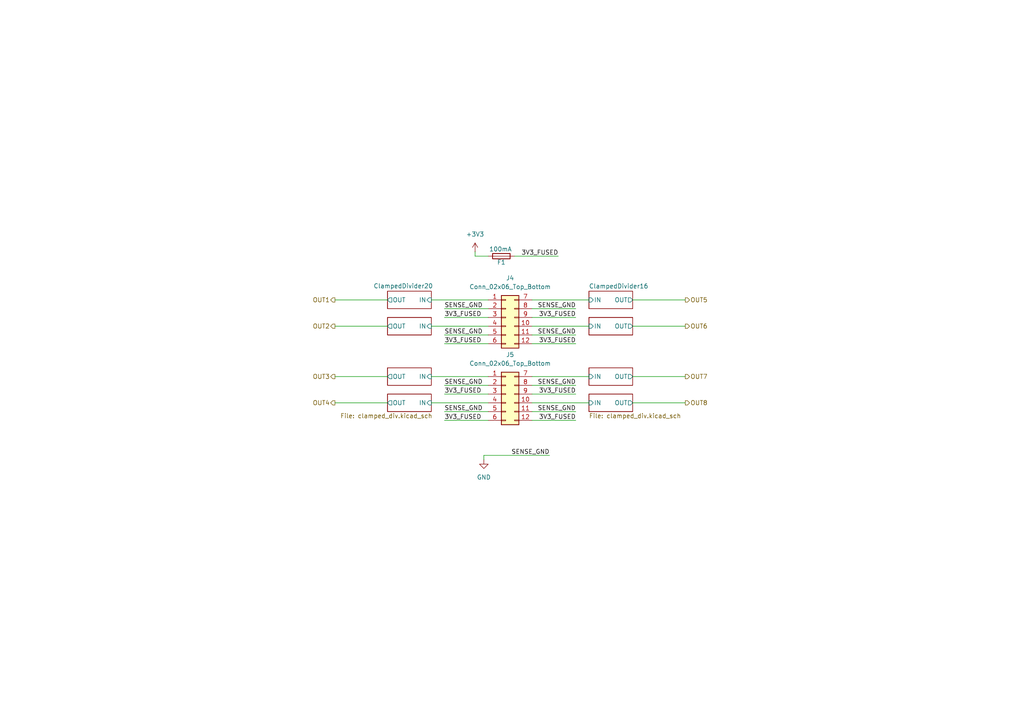
<source format=kicad_sch>
(kicad_sch
	(version 20250114)
	(generator "eeschema")
	(generator_version "9.0")
	(uuid "3cff726d-6668-4cde-b73a-c20fa13df3e9")
	(paper "A4")
	(lib_symbols
		(symbol "Connector_Generic:Conn_02x06_Top_Bottom"
			(pin_names
				(offset 1.016)
				(hide yes)
			)
			(exclude_from_sim no)
			(in_bom yes)
			(on_board yes)
			(property "Reference" "J"
				(at 1.27 7.62 0)
				(effects
					(font
						(size 1.27 1.27)
					)
				)
			)
			(property "Value" "Conn_02x06_Top_Bottom"
				(at 1.27 -10.16 0)
				(effects
					(font
						(size 1.27 1.27)
					)
				)
			)
			(property "Footprint" ""
				(at 0 0 0)
				(effects
					(font
						(size 1.27 1.27)
					)
					(hide yes)
				)
			)
			(property "Datasheet" "~"
				(at 0 0 0)
				(effects
					(font
						(size 1.27 1.27)
					)
					(hide yes)
				)
			)
			(property "Description" "Generic connector, double row, 02x06, top/bottom pin numbering scheme (row 1: 1...pins_per_row, row2: pins_per_row+1 ... num_pins), script generated (kicad-library-utils/schlib/autogen/connector/)"
				(at 0 0 0)
				(effects
					(font
						(size 1.27 1.27)
					)
					(hide yes)
				)
			)
			(property "ki_keywords" "connector"
				(at 0 0 0)
				(effects
					(font
						(size 1.27 1.27)
					)
					(hide yes)
				)
			)
			(property "ki_fp_filters" "Connector*:*_2x??_*"
				(at 0 0 0)
				(effects
					(font
						(size 1.27 1.27)
					)
					(hide yes)
				)
			)
			(symbol "Conn_02x06_Top_Bottom_1_1"
				(rectangle
					(start -1.27 6.35)
					(end 3.81 -8.89)
					(stroke
						(width 0.254)
						(type default)
					)
					(fill
						(type background)
					)
				)
				(rectangle
					(start -1.27 5.207)
					(end 0 4.953)
					(stroke
						(width 0.1524)
						(type default)
					)
					(fill
						(type none)
					)
				)
				(rectangle
					(start -1.27 2.667)
					(end 0 2.413)
					(stroke
						(width 0.1524)
						(type default)
					)
					(fill
						(type none)
					)
				)
				(rectangle
					(start -1.27 0.127)
					(end 0 -0.127)
					(stroke
						(width 0.1524)
						(type default)
					)
					(fill
						(type none)
					)
				)
				(rectangle
					(start -1.27 -2.413)
					(end 0 -2.667)
					(stroke
						(width 0.1524)
						(type default)
					)
					(fill
						(type none)
					)
				)
				(rectangle
					(start -1.27 -4.953)
					(end 0 -5.207)
					(stroke
						(width 0.1524)
						(type default)
					)
					(fill
						(type none)
					)
				)
				(rectangle
					(start -1.27 -7.493)
					(end 0 -7.747)
					(stroke
						(width 0.1524)
						(type default)
					)
					(fill
						(type none)
					)
				)
				(rectangle
					(start 3.81 5.207)
					(end 2.54 4.953)
					(stroke
						(width 0.1524)
						(type default)
					)
					(fill
						(type none)
					)
				)
				(rectangle
					(start 3.81 2.667)
					(end 2.54 2.413)
					(stroke
						(width 0.1524)
						(type default)
					)
					(fill
						(type none)
					)
				)
				(rectangle
					(start 3.81 0.127)
					(end 2.54 -0.127)
					(stroke
						(width 0.1524)
						(type default)
					)
					(fill
						(type none)
					)
				)
				(rectangle
					(start 3.81 -2.413)
					(end 2.54 -2.667)
					(stroke
						(width 0.1524)
						(type default)
					)
					(fill
						(type none)
					)
				)
				(rectangle
					(start 3.81 -4.953)
					(end 2.54 -5.207)
					(stroke
						(width 0.1524)
						(type default)
					)
					(fill
						(type none)
					)
				)
				(rectangle
					(start 3.81 -7.493)
					(end 2.54 -7.747)
					(stroke
						(width 0.1524)
						(type default)
					)
					(fill
						(type none)
					)
				)
				(pin passive line
					(at -5.08 5.08 0)
					(length 3.81)
					(name "Pin_1"
						(effects
							(font
								(size 1.27 1.27)
							)
						)
					)
					(number "1"
						(effects
							(font
								(size 1.27 1.27)
							)
						)
					)
				)
				(pin passive line
					(at -5.08 2.54 0)
					(length 3.81)
					(name "Pin_2"
						(effects
							(font
								(size 1.27 1.27)
							)
						)
					)
					(number "2"
						(effects
							(font
								(size 1.27 1.27)
							)
						)
					)
				)
				(pin passive line
					(at -5.08 0 0)
					(length 3.81)
					(name "Pin_3"
						(effects
							(font
								(size 1.27 1.27)
							)
						)
					)
					(number "3"
						(effects
							(font
								(size 1.27 1.27)
							)
						)
					)
				)
				(pin passive line
					(at -5.08 -2.54 0)
					(length 3.81)
					(name "Pin_4"
						(effects
							(font
								(size 1.27 1.27)
							)
						)
					)
					(number "4"
						(effects
							(font
								(size 1.27 1.27)
							)
						)
					)
				)
				(pin passive line
					(at -5.08 -5.08 0)
					(length 3.81)
					(name "Pin_5"
						(effects
							(font
								(size 1.27 1.27)
							)
						)
					)
					(number "5"
						(effects
							(font
								(size 1.27 1.27)
							)
						)
					)
				)
				(pin passive line
					(at -5.08 -7.62 0)
					(length 3.81)
					(name "Pin_6"
						(effects
							(font
								(size 1.27 1.27)
							)
						)
					)
					(number "6"
						(effects
							(font
								(size 1.27 1.27)
							)
						)
					)
				)
				(pin passive line
					(at 7.62 5.08 180)
					(length 3.81)
					(name "Pin_7"
						(effects
							(font
								(size 1.27 1.27)
							)
						)
					)
					(number "7"
						(effects
							(font
								(size 1.27 1.27)
							)
						)
					)
				)
				(pin passive line
					(at 7.62 2.54 180)
					(length 3.81)
					(name "Pin_8"
						(effects
							(font
								(size 1.27 1.27)
							)
						)
					)
					(number "8"
						(effects
							(font
								(size 1.27 1.27)
							)
						)
					)
				)
				(pin passive line
					(at 7.62 0 180)
					(length 3.81)
					(name "Pin_9"
						(effects
							(font
								(size 1.27 1.27)
							)
						)
					)
					(number "9"
						(effects
							(font
								(size 1.27 1.27)
							)
						)
					)
				)
				(pin passive line
					(at 7.62 -2.54 180)
					(length 3.81)
					(name "Pin_10"
						(effects
							(font
								(size 1.27 1.27)
							)
						)
					)
					(number "10"
						(effects
							(font
								(size 1.27 1.27)
							)
						)
					)
				)
				(pin passive line
					(at 7.62 -5.08 180)
					(length 3.81)
					(name "Pin_11"
						(effects
							(font
								(size 1.27 1.27)
							)
						)
					)
					(number "11"
						(effects
							(font
								(size 1.27 1.27)
							)
						)
					)
				)
				(pin passive line
					(at 7.62 -7.62 180)
					(length 3.81)
					(name "Pin_12"
						(effects
							(font
								(size 1.27 1.27)
							)
						)
					)
					(number "12"
						(effects
							(font
								(size 1.27 1.27)
							)
						)
					)
				)
			)
			(embedded_fonts no)
		)
		(symbol "Device:Fuse"
			(pin_numbers
				(hide yes)
			)
			(pin_names
				(offset 0)
			)
			(exclude_from_sim no)
			(in_bom yes)
			(on_board yes)
			(property "Reference" "F"
				(at 2.032 0 90)
				(effects
					(font
						(size 1.27 1.27)
					)
				)
			)
			(property "Value" "Fuse"
				(at -1.905 0 90)
				(effects
					(font
						(size 1.27 1.27)
					)
				)
			)
			(property "Footprint" ""
				(at -1.778 0 90)
				(effects
					(font
						(size 1.27 1.27)
					)
					(hide yes)
				)
			)
			(property "Datasheet" "~"
				(at 0 0 0)
				(effects
					(font
						(size 1.27 1.27)
					)
					(hide yes)
				)
			)
			(property "Description" "Fuse"
				(at 0 0 0)
				(effects
					(font
						(size 1.27 1.27)
					)
					(hide yes)
				)
			)
			(property "ki_keywords" "fuse"
				(at 0 0 0)
				(effects
					(font
						(size 1.27 1.27)
					)
					(hide yes)
				)
			)
			(property "ki_fp_filters" "*Fuse*"
				(at 0 0 0)
				(effects
					(font
						(size 1.27 1.27)
					)
					(hide yes)
				)
			)
			(symbol "Fuse_0_1"
				(rectangle
					(start -0.762 -2.54)
					(end 0.762 2.54)
					(stroke
						(width 0.254)
						(type default)
					)
					(fill
						(type none)
					)
				)
				(polyline
					(pts
						(xy 0 2.54) (xy 0 -2.54)
					)
					(stroke
						(width 0)
						(type default)
					)
					(fill
						(type none)
					)
				)
			)
			(symbol "Fuse_1_1"
				(pin passive line
					(at 0 3.81 270)
					(length 1.27)
					(name "~"
						(effects
							(font
								(size 1.27 1.27)
							)
						)
					)
					(number "1"
						(effects
							(font
								(size 1.27 1.27)
							)
						)
					)
				)
				(pin passive line
					(at 0 -3.81 90)
					(length 1.27)
					(name "~"
						(effects
							(font
								(size 1.27 1.27)
							)
						)
					)
					(number "2"
						(effects
							(font
								(size 1.27 1.27)
							)
						)
					)
				)
			)
			(embedded_fonts no)
		)
		(symbol "power:+3.3V"
			(power)
			(pin_numbers
				(hide yes)
			)
			(pin_names
				(offset 0)
				(hide yes)
			)
			(exclude_from_sim no)
			(in_bom yes)
			(on_board yes)
			(property "Reference" "#PWR"
				(at 0 -3.81 0)
				(effects
					(font
						(size 1.27 1.27)
					)
					(hide yes)
				)
			)
			(property "Value" "+3.3V"
				(at 0 3.556 0)
				(effects
					(font
						(size 1.27 1.27)
					)
				)
			)
			(property "Footprint" ""
				(at 0 0 0)
				(effects
					(font
						(size 1.27 1.27)
					)
					(hide yes)
				)
			)
			(property "Datasheet" ""
				(at 0 0 0)
				(effects
					(font
						(size 1.27 1.27)
					)
					(hide yes)
				)
			)
			(property "Description" "Power symbol creates a global label with name \"+3.3V\""
				(at 0 0 0)
				(effects
					(font
						(size 1.27 1.27)
					)
					(hide yes)
				)
			)
			(property "ki_keywords" "global power"
				(at 0 0 0)
				(effects
					(font
						(size 1.27 1.27)
					)
					(hide yes)
				)
			)
			(symbol "+3.3V_0_1"
				(polyline
					(pts
						(xy -0.762 1.27) (xy 0 2.54)
					)
					(stroke
						(width 0)
						(type default)
					)
					(fill
						(type none)
					)
				)
				(polyline
					(pts
						(xy 0 2.54) (xy 0.762 1.27)
					)
					(stroke
						(width 0)
						(type default)
					)
					(fill
						(type none)
					)
				)
				(polyline
					(pts
						(xy 0 0) (xy 0 2.54)
					)
					(stroke
						(width 0)
						(type default)
					)
					(fill
						(type none)
					)
				)
			)
			(symbol "+3.3V_1_1"
				(pin power_in line
					(at 0 0 90)
					(length 0)
					(name "~"
						(effects
							(font
								(size 1.27 1.27)
							)
						)
					)
					(number "1"
						(effects
							(font
								(size 1.27 1.27)
							)
						)
					)
				)
			)
			(embedded_fonts no)
		)
		(symbol "power:GND"
			(power)
			(pin_numbers
				(hide yes)
			)
			(pin_names
				(offset 0)
				(hide yes)
			)
			(exclude_from_sim no)
			(in_bom yes)
			(on_board yes)
			(property "Reference" "#PWR"
				(at 0 -6.35 0)
				(effects
					(font
						(size 1.27 1.27)
					)
					(hide yes)
				)
			)
			(property "Value" "GND"
				(at 0 -3.81 0)
				(effects
					(font
						(size 1.27 1.27)
					)
				)
			)
			(property "Footprint" ""
				(at 0 0 0)
				(effects
					(font
						(size 1.27 1.27)
					)
					(hide yes)
				)
			)
			(property "Datasheet" ""
				(at 0 0 0)
				(effects
					(font
						(size 1.27 1.27)
					)
					(hide yes)
				)
			)
			(property "Description" "Power symbol creates a global label with name \"GND\" , ground"
				(at 0 0 0)
				(effects
					(font
						(size 1.27 1.27)
					)
					(hide yes)
				)
			)
			(property "ki_keywords" "global power"
				(at 0 0 0)
				(effects
					(font
						(size 1.27 1.27)
					)
					(hide yes)
				)
			)
			(symbol "GND_0_1"
				(polyline
					(pts
						(xy 0 0) (xy 0 -1.27) (xy 1.27 -1.27) (xy 0 -2.54) (xy -1.27 -1.27) (xy 0 -1.27)
					)
					(stroke
						(width 0)
						(type default)
					)
					(fill
						(type none)
					)
				)
			)
			(symbol "GND_1_1"
				(pin power_in line
					(at 0 0 270)
					(length 0)
					(name "~"
						(effects
							(font
								(size 1.27 1.27)
							)
						)
					)
					(number "1"
						(effects
							(font
								(size 1.27 1.27)
							)
						)
					)
				)
			)
			(embedded_fonts no)
		)
	)
	(wire
		(pts
			(xy 198.755 94.615) (xy 183.515 94.615)
		)
		(stroke
			(width 0)
			(type default)
		)
		(uuid "1e303d66-b3aa-46a4-a5f6-016bbf4a39f9")
	)
	(wire
		(pts
			(xy 140.335 132.08) (xy 159.385 132.08)
		)
		(stroke
			(width 0)
			(type default)
		)
		(uuid "226780ef-faf8-4938-aa5b-58ccb0a60c42")
	)
	(wire
		(pts
			(xy 141.605 94.615) (xy 125.095 94.615)
		)
		(stroke
			(width 0)
			(type default)
		)
		(uuid "35f18d3e-db6b-409e-b4db-b34c3b50caab")
	)
	(wire
		(pts
			(xy 154.305 99.695) (xy 167.005 99.695)
		)
		(stroke
			(width 0)
			(type default)
		)
		(uuid "3a9eb565-de99-4ff0-bbab-9b61432ac68a")
	)
	(wire
		(pts
			(xy 198.755 109.22) (xy 183.515 109.22)
		)
		(stroke
			(width 0)
			(type default)
		)
		(uuid "3b9c6a94-05a6-4ecb-9a3e-caca25e91ec5")
	)
	(wire
		(pts
			(xy 141.605 111.76) (xy 128.905 111.76)
		)
		(stroke
			(width 0)
			(type default)
		)
		(uuid "3e534e5a-562a-4438-bf0c-3298f9353cc9")
	)
	(wire
		(pts
			(xy 141.605 99.695) (xy 128.905 99.695)
		)
		(stroke
			(width 0)
			(type default)
		)
		(uuid "448dbf39-9d62-4d52-bf5d-cbb8da739ab1")
	)
	(wire
		(pts
			(xy 154.305 121.92) (xy 167.005 121.92)
		)
		(stroke
			(width 0)
			(type default)
		)
		(uuid "4af8b12b-977a-4f49-81e7-6fd34580fb04")
	)
	(wire
		(pts
			(xy 154.305 111.76) (xy 167.005 111.76)
		)
		(stroke
			(width 0)
			(type default)
		)
		(uuid "4dd52fea-9a5d-45be-97df-f17f31dfd06c")
	)
	(wire
		(pts
			(xy 154.305 97.155) (xy 167.005 97.155)
		)
		(stroke
			(width 0)
			(type default)
		)
		(uuid "549a1e5d-ff2c-4313-b2f3-1b7f39694e4d")
	)
	(wire
		(pts
			(xy 154.305 114.3) (xy 167.005 114.3)
		)
		(stroke
			(width 0)
			(type default)
		)
		(uuid "558a38e7-3de7-431e-b1f6-daebca462751")
	)
	(wire
		(pts
			(xy 198.755 86.995) (xy 183.515 86.995)
		)
		(stroke
			(width 0)
			(type default)
		)
		(uuid "56521ce0-08ce-45ab-95ab-6e46c40fdee9")
	)
	(wire
		(pts
			(xy 154.305 92.075) (xy 167.005 92.075)
		)
		(stroke
			(width 0)
			(type default)
		)
		(uuid "66bf9429-e501-4a32-b7d3-75023d90667a")
	)
	(wire
		(pts
			(xy 149.225 74.295) (xy 161.925 74.295)
		)
		(stroke
			(width 0)
			(type default)
		)
		(uuid "6fd8ba0b-cbfe-4fce-a084-7a285e98ca5b")
	)
	(wire
		(pts
			(xy 97.155 94.615) (xy 112.395 94.615)
		)
		(stroke
			(width 0)
			(type default)
		)
		(uuid "80c385b5-22ee-4d86-8277-b17e013e53bb")
	)
	(wire
		(pts
			(xy 154.305 109.22) (xy 170.815 109.22)
		)
		(stroke
			(width 0)
			(type default)
		)
		(uuid "89c95392-5c6f-4e3a-908a-594b7f97953c")
	)
	(wire
		(pts
			(xy 154.305 89.535) (xy 167.005 89.535)
		)
		(stroke
			(width 0)
			(type default)
		)
		(uuid "8a91b585-f7f4-46be-bfdf-7ba94cbf5ed7")
	)
	(wire
		(pts
			(xy 198.755 116.84) (xy 183.515 116.84)
		)
		(stroke
			(width 0)
			(type default)
		)
		(uuid "92df04d9-b7e1-4168-8af6-3dadb8f4870b")
	)
	(wire
		(pts
			(xy 141.605 121.92) (xy 128.905 121.92)
		)
		(stroke
			(width 0)
			(type default)
		)
		(uuid "978c1747-aa98-44f4-9d8d-3b3f648a3e2b")
	)
	(wire
		(pts
			(xy 154.305 86.995) (xy 170.815 86.995)
		)
		(stroke
			(width 0)
			(type default)
		)
		(uuid "98ea34df-b016-4fbc-895e-7a176b1ac9d4")
	)
	(wire
		(pts
			(xy 141.605 97.155) (xy 128.905 97.155)
		)
		(stroke
			(width 0)
			(type default)
		)
		(uuid "a9ccef50-6c01-4bb3-855a-1f470f08c00d")
	)
	(wire
		(pts
			(xy 141.605 92.075) (xy 128.905 92.075)
		)
		(stroke
			(width 0)
			(type default)
		)
		(uuid "a9d6176f-2fb5-4082-a0e3-a88ed3ec67f5")
	)
	(wire
		(pts
			(xy 137.795 73.025) (xy 137.795 74.295)
		)
		(stroke
			(width 0)
			(type default)
		)
		(uuid "aec1371d-55f6-4c69-aa96-a87279adf60b")
	)
	(wire
		(pts
			(xy 140.335 133.35) (xy 140.335 132.08)
		)
		(stroke
			(width 0)
			(type default)
		)
		(uuid "afdb79fe-2974-469d-ac72-4f30bbd6894a")
	)
	(wire
		(pts
			(xy 141.605 116.84) (xy 125.095 116.84)
		)
		(stroke
			(width 0)
			(type default)
		)
		(uuid "bddad124-e355-47a6-8817-4afee014ad69")
	)
	(wire
		(pts
			(xy 141.605 114.3) (xy 128.905 114.3)
		)
		(stroke
			(width 0)
			(type default)
		)
		(uuid "c19d7139-45fd-4a2b-82f6-945205291dcb")
	)
	(wire
		(pts
			(xy 141.605 119.38) (xy 128.905 119.38)
		)
		(stroke
			(width 0)
			(type default)
		)
		(uuid "c41c1fbc-d346-4c02-a52d-0b564e39cfb9")
	)
	(wire
		(pts
			(xy 97.155 116.84) (xy 112.395 116.84)
		)
		(stroke
			(width 0)
			(type default)
		)
		(uuid "c55a2e63-afe0-4c41-943f-e39e848d8563")
	)
	(wire
		(pts
			(xy 154.305 116.84) (xy 170.815 116.84)
		)
		(stroke
			(width 0)
			(type default)
		)
		(uuid "ca9913ab-8a51-405a-85e4-bff7a05e91fb")
	)
	(wire
		(pts
			(xy 154.305 119.38) (xy 167.005 119.38)
		)
		(stroke
			(width 0)
			(type default)
		)
		(uuid "cb4358a6-0e7f-4c28-8758-d8551386f18c")
	)
	(wire
		(pts
			(xy 97.155 109.22) (xy 112.395 109.22)
		)
		(stroke
			(width 0)
			(type default)
		)
		(uuid "d06f24ea-bf01-40dd-8a57-95cc0abf21ce")
	)
	(wire
		(pts
			(xy 97.155 86.995) (xy 112.395 86.995)
		)
		(stroke
			(width 0)
			(type default)
		)
		(uuid "d24ad52c-5620-489d-92fb-41ea7c90276a")
	)
	(wire
		(pts
			(xy 141.605 86.995) (xy 125.095 86.995)
		)
		(stroke
			(width 0)
			(type default)
		)
		(uuid "d24bccda-487e-45a8-abb6-582d1ef9d288")
	)
	(wire
		(pts
			(xy 141.605 109.22) (xy 125.095 109.22)
		)
		(stroke
			(width 0)
			(type default)
		)
		(uuid "db844db7-a414-4393-9e31-98cadbc95abd")
	)
	(wire
		(pts
			(xy 137.795 74.295) (xy 141.605 74.295)
		)
		(stroke
			(width 0)
			(type default)
		)
		(uuid "df928124-c007-4bb0-b77a-7a161f8c01e0")
	)
	(wire
		(pts
			(xy 141.605 89.535) (xy 128.905 89.535)
		)
		(stroke
			(width 0)
			(type default)
		)
		(uuid "f6351dc5-f7ad-40ee-8bae-22f5c416d48d")
	)
	(wire
		(pts
			(xy 154.305 94.615) (xy 170.815 94.615)
		)
		(stroke
			(width 0)
			(type default)
		)
		(uuid "f9cf05a6-3243-4003-bf19-f5d399f7d79e")
	)
	(label "3V3_FUSED"
		(at 167.005 121.92 180)
		(effects
			(font
				(size 1.27 1.27)
			)
			(justify right bottom)
		)
		(uuid "0e36ab98-5830-4e5c-8af6-f5c27a1c6c54")
	)
	(label "SENSE_GND"
		(at 128.905 89.535 0)
		(effects
			(font
				(size 1.27 1.27)
			)
			(justify left bottom)
		)
		(uuid "155428e6-14c0-440e-b860-50d524f533c6")
	)
	(label "3V3_FUSED"
		(at 128.905 114.3 0)
		(effects
			(font
				(size 1.27 1.27)
			)
			(justify left bottom)
		)
		(uuid "33dcaac1-a125-4617-bbdc-f13a01ce1fa9")
	)
	(label "3V3_FUSED"
		(at 128.905 121.92 0)
		(effects
			(font
				(size 1.27 1.27)
			)
			(justify left bottom)
		)
		(uuid "5e76815e-7551-4570-a5fe-9ff0e83748ab")
	)
	(label "SENSE_GND"
		(at 167.005 97.155 180)
		(effects
			(font
				(size 1.27 1.27)
			)
			(justify right bottom)
		)
		(uuid "6043e9e0-7842-4b43-9e9a-44c5039e31af")
	)
	(label "3V3_FUSED"
		(at 167.005 99.695 180)
		(effects
			(font
				(size 1.27 1.27)
			)
			(justify right bottom)
		)
		(uuid "70a4ae09-ca53-4d20-b422-6280c330d24f")
	)
	(label "SENSE_GND"
		(at 128.905 119.38 0)
		(effects
			(font
				(size 1.27 1.27)
			)
			(justify left bottom)
		)
		(uuid "757ff241-c264-4ac3-9229-30ca0cf61d24")
	)
	(label "3V3_FUSED"
		(at 167.005 92.075 180)
		(effects
			(font
				(size 1.27 1.27)
			)
			(justify right bottom)
		)
		(uuid "7ca730fd-16f8-487e-abfd-0a57acc22dc4")
	)
	(label "3V3_FUSED"
		(at 128.905 92.075 0)
		(effects
			(font
				(size 1.27 1.27)
			)
			(justify left bottom)
		)
		(uuid "86305477-4b6f-42bb-a532-31e834240e95")
	)
	(label "3V3_FUSED"
		(at 161.925 74.295 180)
		(effects
			(font
				(size 1.27 1.27)
			)
			(justify right bottom)
		)
		(uuid "86d061b7-8d25-4070-904e-dc13fa8027bb")
	)
	(label "SENSE_GND"
		(at 128.905 97.155 0)
		(effects
			(font
				(size 1.27 1.27)
			)
			(justify left bottom)
		)
		(uuid "a4dc35c0-736c-44bb-a1d9-622da73fa556")
	)
	(label "3V3_FUSED"
		(at 167.005 114.3 180)
		(effects
			(font
				(size 1.27 1.27)
			)
			(justify right bottom)
		)
		(uuid "aaa397d0-72fe-4ef2-b04e-d5dd4adef4b0")
	)
	(label "SENSE_GND"
		(at 167.005 89.535 180)
		(effects
			(font
				(size 1.27 1.27)
			)
			(justify right bottom)
		)
		(uuid "afaebc32-5a92-4451-ab1b-d0dd75257128")
	)
	(label "3V3_FUSED"
		(at 128.905 99.695 0)
		(effects
			(font
				(size 1.27 1.27)
			)
			(justify left bottom)
		)
		(uuid "b8f9e7d8-3e31-4dbc-8149-d636ca13b73d")
	)
	(label "SENSE_GND"
		(at 159.385 132.08 180)
		(effects
			(font
				(size 1.27 1.27)
			)
			(justify right bottom)
		)
		(uuid "cff887b3-6695-4763-b2f3-8a9545899f2d")
	)
	(label "SENSE_GND"
		(at 128.905 111.76 0)
		(effects
			(font
				(size 1.27 1.27)
			)
			(justify left bottom)
		)
		(uuid "ea3ce42c-9294-4d3b-b230-4ed39b3735c6")
	)
	(label "SENSE_GND"
		(at 167.005 111.76 180)
		(effects
			(font
				(size 1.27 1.27)
			)
			(justify right bottom)
		)
		(uuid "f013d725-efbb-48ee-8179-cb0960510f8b")
	)
	(label "SENSE_GND"
		(at 167.005 119.38 180)
		(effects
			(font
				(size 1.27 1.27)
			)
			(justify right bottom)
		)
		(uuid "f7381617-a27f-4c65-9178-7e3217bbbb22")
	)
	(hierarchical_label "OUT3"
		(shape output)
		(at 97.155 109.22 180)
		(effects
			(font
				(size 1.27 1.27)
			)
			(justify right)
		)
		(uuid "0b6a4bea-be67-4352-b853-480557c55c5a")
	)
	(hierarchical_label "OUT1"
		(shape output)
		(at 97.155 86.995 180)
		(effects
			(font
				(size 1.27 1.27)
			)
			(justify right)
		)
		(uuid "0e7e0023-fe8b-4277-8b6d-a84b2851495c")
	)
	(hierarchical_label "OUT2"
		(shape output)
		(at 97.155 94.615 180)
		(effects
			(font
				(size 1.27 1.27)
			)
			(justify right)
		)
		(uuid "69aac449-04e5-4e26-8970-731c938bbe58")
	)
	(hierarchical_label "OUT7"
		(shape output)
		(at 198.755 109.22 0)
		(effects
			(font
				(size 1.27 1.27)
			)
			(justify left)
		)
		(uuid "82f3c2ea-c83e-4f82-b6d4-d448ee12df9a")
	)
	(hierarchical_label "OUT5"
		(shape output)
		(at 198.755 86.995 0)
		(effects
			(font
				(size 1.27 1.27)
			)
			(justify left)
		)
		(uuid "8dd1fc8d-d71b-4a6e-a07a-5658717ab6a3")
	)
	(hierarchical_label "OUT6"
		(shape output)
		(at 198.755 94.615 0)
		(effects
			(font
				(size 1.27 1.27)
			)
			(justify left)
		)
		(uuid "95b3a47e-053e-4bce-a6ce-ea8efd3158a3")
	)
	(hierarchical_label "OUT8"
		(shape output)
		(at 198.755 116.84 0)
		(effects
			(font
				(size 1.27 1.27)
			)
			(justify left)
		)
		(uuid "bed75bf8-c799-4413-852d-3fa04d4d840d")
	)
	(hierarchical_label "OUT4"
		(shape output)
		(at 97.155 116.84 180)
		(effects
			(font
				(size 1.27 1.27)
			)
			(justify right)
		)
		(uuid "c30aea80-9c4e-4c9b-8baa-c31fe3a73c9e")
	)
	(symbol
		(lib_id "power:+3.3V")
		(at 137.795 73.025 0)
		(unit 1)
		(exclude_from_sim no)
		(in_bom yes)
		(on_board yes)
		(dnp no)
		(fields_autoplaced yes)
		(uuid "3109a0e9-fbfb-422a-a935-c1ced0598a9f")
		(property "Reference" "#PWR069"
			(at 137.795 76.835 0)
			(effects
				(font
					(size 1.27 1.27)
				)
				(hide yes)
			)
		)
		(property "Value" "+3V3"
			(at 137.795 67.945 0)
			(effects
				(font
					(size 1.27 1.27)
				)
			)
		)
		(property "Footprint" ""
			(at 137.795 73.025 0)
			(effects
				(font
					(size 1.27 1.27)
				)
				(hide yes)
			)
		)
		(property "Datasheet" ""
			(at 137.795 73.025 0)
			(effects
				(font
					(size 1.27 1.27)
				)
				(hide yes)
			)
		)
		(property "Description" "Power symbol creates a global label with name \"+3.3V\""
			(at 137.795 73.025 0)
			(effects
				(font
					(size 1.27 1.27)
				)
				(hide yes)
			)
		)
		(pin "1"
			(uuid "6c8fe018-78b8-453c-acd9-ac4679cd024d")
		)
		(instances
			(project "can-node"
				(path "/eaaf6381-0353-46e3-ad2e-69422d580355/2ee9570d-8d93-421f-a978-36b95ed059da"
					(reference "#PWR069")
					(unit 1)
				)
				(path "/eaaf6381-0353-46e3-ad2e-69422d580355/928fbfdc-3429-4c55-beb0-5722e5efe525"
					(reference "#PWR099")
					(unit 1)
				)
			)
		)
	)
	(symbol
		(lib_id "Device:Fuse")
		(at 145.415 74.295 90)
		(unit 1)
		(exclude_from_sim no)
		(in_bom yes)
		(on_board yes)
		(dnp no)
		(uuid "5d22f56c-ac5f-4e44-9cda-aeeaecc96566")
		(property "Reference" "F1"
			(at 145.415 76.073 90)
			(effects
				(font
					(size 1.27 1.27)
				)
			)
		)
		(property "Value" "100mA"
			(at 145.161 72.263 90)
			(effects
				(font
					(size 1.27 1.27)
				)
			)
		)
		(property "Footprint" "Fuse:Fuse_0603_1608Metric_Pad1.05x0.95mm_HandSolder"
			(at 145.415 76.073 90)
			(effects
				(font
					(size 1.27 1.27)
				)
				(hide yes)
			)
		)
		(property "Datasheet" "~"
			(at 145.415 74.295 0)
			(effects
				(font
					(size 1.27 1.27)
				)
				(hide yes)
			)
		)
		(property "Description" "Fuse"
			(at 145.415 74.295 0)
			(effects
				(font
					(size 1.27 1.27)
				)
				(hide yes)
			)
		)
		(pin "1"
			(uuid "c34e0675-7516-4a07-97a4-1ca6dc685c7a")
		)
		(pin "2"
			(uuid "ed3bc5fa-257d-4e83-bc52-ebdbe65cbdb6")
		)
		(instances
			(project "can-node"
				(path "/eaaf6381-0353-46e3-ad2e-69422d580355/2ee9570d-8d93-421f-a978-36b95ed059da"
					(reference "F1")
					(unit 1)
				)
				(path "/eaaf6381-0353-46e3-ad2e-69422d580355/928fbfdc-3429-4c55-beb0-5722e5efe525"
					(reference "F2")
					(unit 1)
				)
			)
		)
	)
	(symbol
		(lib_id "Connector_Generic:Conn_02x06_Top_Bottom")
		(at 146.685 114.3 0)
		(unit 1)
		(exclude_from_sim no)
		(in_bom yes)
		(on_board yes)
		(dnp no)
		(fields_autoplaced yes)
		(uuid "7851986b-ee90-4ba3-8af5-fa4a31e9d30b")
		(property "Reference" "J5"
			(at 147.955 102.87 0)
			(effects
				(font
					(size 1.27 1.27)
				)
			)
		)
		(property "Value" "Conn_02x06_Top_Bottom"
			(at 147.955 105.41 0)
			(effects
				(font
					(size 1.27 1.27)
				)
			)
		)
		(property "Footprint" "Connector_Molex:Molex_Micro-Fit_3.0_43045-1200_2x06_P3.00mm_Horizontal"
			(at 146.685 114.3 0)
			(effects
				(font
					(size 1.27 1.27)
				)
				(hide yes)
			)
		)
		(property "Datasheet" "~"
			(at 146.685 114.3 0)
			(effects
				(font
					(size 1.27 1.27)
				)
				(hide yes)
			)
		)
		(property "Description" "Generic connector, double row, 02x06, top/bottom pin numbering scheme (row 1: 1...pins_per_row, row2: pins_per_row+1 ... num_pins), script generated (kicad-library-utils/schlib/autogen/connector/)"
			(at 146.685 114.3 0)
			(effects
				(font
					(size 1.27 1.27)
				)
				(hide yes)
			)
		)
		(pin "3"
			(uuid "25e17d67-d3a0-468a-9da5-c554a3e0cef6")
		)
		(pin "8"
			(uuid "4f1bac08-bd73-4666-8d6e-9fb4436fbae0")
		)
		(pin "10"
			(uuid "75f08926-490f-4b2d-a9cc-a2087bbe8150")
		)
		(pin "1"
			(uuid "d9326321-e464-4e9c-b148-1b9dd260c80a")
		)
		(pin "4"
			(uuid "00f5b45f-6a25-47ea-aab6-818c7daac1b4")
		)
		(pin "5"
			(uuid "54de71c7-250d-4ca1-8968-1a0f177c004f")
		)
		(pin "6"
			(uuid "6fe87847-6478-40b1-b174-be5e4a3927bd")
		)
		(pin "2"
			(uuid "d75c4553-d51b-4999-8902-e23af05027f7")
		)
		(pin "9"
			(uuid "4afe507e-617a-42a0-9ea5-1a8d037461fd")
		)
		(pin "12"
			(uuid "39b942b3-d996-4e8a-820e-6a3256c56a04")
		)
		(pin "7"
			(uuid "25caf71d-53b3-4eee-9492-c5c106ee4fda")
		)
		(pin "11"
			(uuid "272c74be-ac9f-4854-b364-3f5a64df8b3f")
		)
		(instances
			(project "can-node"
				(path "/eaaf6381-0353-46e3-ad2e-69422d580355/2ee9570d-8d93-421f-a978-36b95ed059da"
					(reference "J5")
					(unit 1)
				)
				(path "/eaaf6381-0353-46e3-ad2e-69422d580355/928fbfdc-3429-4c55-beb0-5722e5efe525"
					(reference "J7")
					(unit 1)
				)
			)
		)
	)
	(symbol
		(lib_id "power:GND")
		(at 140.335 133.35 0)
		(unit 1)
		(exclude_from_sim no)
		(in_bom yes)
		(on_board yes)
		(dnp no)
		(fields_autoplaced yes)
		(uuid "9278009b-0e0b-494b-9fc2-551c31daa800")
		(property "Reference" "#PWR070"
			(at 140.335 139.7 0)
			(effects
				(font
					(size 1.27 1.27)
				)
				(hide yes)
			)
		)
		(property "Value" "GND"
			(at 140.335 138.43 0)
			(effects
				(font
					(size 1.27 1.27)
				)
			)
		)
		(property "Footprint" ""
			(at 140.335 133.35 0)
			(effects
				(font
					(size 1.27 1.27)
				)
				(hide yes)
			)
		)
		(property "Datasheet" ""
			(at 140.335 133.35 0)
			(effects
				(font
					(size 1.27 1.27)
				)
				(hide yes)
			)
		)
		(property "Description" "Power symbol creates a global label with name \"GND\" , ground"
			(at 140.335 133.35 0)
			(effects
				(font
					(size 1.27 1.27)
				)
				(hide yes)
			)
		)
		(pin "1"
			(uuid "b7e10a91-25c3-4e06-b58d-9b4b11479c8b")
		)
		(instances
			(project "can-node"
				(path "/eaaf6381-0353-46e3-ad2e-69422d580355/2ee9570d-8d93-421f-a978-36b95ed059da"
					(reference "#PWR070")
					(unit 1)
				)
				(path "/eaaf6381-0353-46e3-ad2e-69422d580355/928fbfdc-3429-4c55-beb0-5722e5efe525"
					(reference "#PWR0100")
					(unit 1)
				)
			)
		)
	)
	(symbol
		(lib_id "Connector_Generic:Conn_02x06_Top_Bottom")
		(at 146.685 92.075 0)
		(unit 1)
		(exclude_from_sim no)
		(in_bom yes)
		(on_board yes)
		(dnp no)
		(fields_autoplaced yes)
		(uuid "f27dc723-ad30-475b-a343-ffa48af7a088")
		(property "Reference" "J4"
			(at 147.955 80.645 0)
			(effects
				(font
					(size 1.27 1.27)
				)
			)
		)
		(property "Value" "Conn_02x06_Top_Bottom"
			(at 147.955 83.185 0)
			(effects
				(font
					(size 1.27 1.27)
				)
			)
		)
		(property "Footprint" "Connector_Molex:Molex_Micro-Fit_3.0_43045-1200_2x06_P3.00mm_Horizontal"
			(at 146.685 92.075 0)
			(effects
				(font
					(size 1.27 1.27)
				)
				(hide yes)
			)
		)
		(property "Datasheet" "~"
			(at 146.685 92.075 0)
			(effects
				(font
					(size 1.27 1.27)
				)
				(hide yes)
			)
		)
		(property "Description" "Generic connector, double row, 02x06, top/bottom pin numbering scheme (row 1: 1...pins_per_row, row2: pins_per_row+1 ... num_pins), script generated (kicad-library-utils/schlib/autogen/connector/)"
			(at 146.685 92.075 0)
			(effects
				(font
					(size 1.27 1.27)
				)
				(hide yes)
			)
		)
		(pin "3"
			(uuid "114204d7-e077-474b-bac7-cfb15155fd89")
		)
		(pin "8"
			(uuid "e49ff363-f87d-422f-8cdb-d60b409d83b3")
		)
		(pin "10"
			(uuid "75b0c228-0a2f-48f0-af24-b6c83a48a84a")
		)
		(pin "1"
			(uuid "f9c1fe89-0b92-4bc8-b02d-07b2ce1250d4")
		)
		(pin "4"
			(uuid "1e8ac35d-64ce-451e-a4a8-31d921bd08fa")
		)
		(pin "5"
			(uuid "1ae2b43c-ad19-4f12-ae0f-f93a42f15530")
		)
		(pin "6"
			(uuid "99a9c030-7fcc-49f9-960a-282ef5e88b20")
		)
		(pin "2"
			(uuid "280228f5-5c3e-4afa-bfe0-3225a72cfd40")
		)
		(pin "9"
			(uuid "6678fd32-417a-4708-b488-3db0ac7d5594")
		)
		(pin "12"
			(uuid "52eecd1b-1753-409a-b996-3b827b9196a9")
		)
		(pin "7"
			(uuid "46d209be-0c9b-4158-815a-d12e824ea0c2")
		)
		(pin "11"
			(uuid "567fb047-4044-4208-b54f-0e233e42ee4b")
		)
		(instances
			(project ""
				(path "/eaaf6381-0353-46e3-ad2e-69422d580355/2ee9570d-8d93-421f-a978-36b95ed059da"
					(reference "J4")
					(unit 1)
				)
				(path "/eaaf6381-0353-46e3-ad2e-69422d580355/928fbfdc-3429-4c55-beb0-5722e5efe525"
					(reference "J6")
					(unit 1)
				)
			)
		)
	)
	(sheet
		(at 170.815 106.68)
		(size 12.7 5.08)
		(exclude_from_sim no)
		(in_bom yes)
		(on_board yes)
		(dnp no)
		(stroke
			(width 0.1524)
			(type solid)
		)
		(fill
			(color 0 0 0 0.0000)
		)
		(uuid "1fd9ecc0-c512-4ceb-8450-0f1107ad8383")
		(property "Sheetname" "ClampedDivider18"
			(at 170.815 105.9684 0)
			(effects
				(font
					(size 1.27 1.27)
				)
				(justify left bottom)
				(hide yes)
			)
		)
		(property "Sheetfile" "clamped_div.kicad_sch"
			(at 170.815 112.268 0)
			(effects
				(font
					(size 1.27 1.27)
				)
				(justify left top)
				(hide yes)
			)
		)
		(pin "IN" input
			(at 170.815 109.22 180)
			(uuid "4f68ae3a-2e0b-4427-9e8f-d6ab4f7778c0")
			(effects
				(font
					(size 1.27 1.27)
				)
				(justify left)
			)
		)
		(pin "OUT" output
			(at 183.515 109.22 0)
			(uuid "b788354c-9961-498a-abe1-48e36ce33abc")
			(effects
				(font
					(size 1.27 1.27)
				)
				(justify right)
			)
		)
		(instances
			(project "can-node"
				(path "/eaaf6381-0353-46e3-ad2e-69422d580355/928fbfdc-3429-4c55-beb0-5722e5efe525"
					(page "4")
				)
				(path "/eaaf6381-0353-46e3-ad2e-69422d580355/2ee9570d-8d93-421f-a978-36b95ed059da"
					(page "16")
				)
			)
		)
	)
	(sheet
		(at 112.395 84.455)
		(size 12.7 5.08)
		(exclude_from_sim no)
		(in_bom yes)
		(on_board yes)
		(dnp no)
		(stroke
			(width 0.1524)
			(type solid)
		)
		(fill
			(color 0 0 0 0.0000)
		)
		(uuid "3d65c8a8-9e26-4e5b-a388-1d08c4693d4f")
		(property "Sheetname" "ClampedDivider20"
			(at 108.331 83.693 0)
			(effects
				(font
					(size 1.27 1.27)
				)
				(justify left bottom)
			)
		)
		(property "Sheetfile" "clamped_div.kicad_sch"
			(at 112.395 90.043 0)
			(effects
				(font
					(size 1.27 1.27)
				)
				(justify left top)
				(hide yes)
			)
		)
		(pin "IN" input
			(at 125.095 86.995 0)
			(uuid "e938c6eb-7cf8-4e32-bf1f-cb9173eb0c88")
			(effects
				(font
					(size 1.27 1.27)
				)
				(justify right)
			)
		)
		(pin "OUT" output
			(at 112.395 86.995 180)
			(uuid "45633b96-bce2-4808-86c0-966c927d87c9")
			(effects
				(font
					(size 1.27 1.27)
				)
				(justify left)
			)
		)
		(instances
			(project "can-node"
				(path "/eaaf6381-0353-46e3-ad2e-69422d580355/2ee9570d-8d93-421f-a978-36b95ed059da"
					(page "6")
				)
				(path "/eaaf6381-0353-46e3-ad2e-69422d580355/928fbfdc-3429-4c55-beb0-5722e5efe525"
					(page "11")
				)
			)
		)
	)
	(sheet
		(at 170.815 92.075)
		(size 12.7 5.08)
		(exclude_from_sim no)
		(in_bom yes)
		(on_board yes)
		(dnp no)
		(stroke
			(width 0.1524)
			(type solid)
		)
		(fill
			(color 0 0 0 0.0000)
		)
		(uuid "7c739d08-7a09-4d86-a8f0-76db4759dcb6")
		(property "Sheetname" "ClampedDivider17"
			(at 170.815 91.3634 0)
			(effects
				(font
					(size 1.27 1.27)
				)
				(justify left bottom)
				(hide yes)
			)
		)
		(property "Sheetfile" "clamped_div.kicad_sch"
			(at 170.815 97.663 0)
			(effects
				(font
					(size 1.27 1.27)
				)
				(justify left top)
				(hide yes)
			)
		)
		(pin "IN" input
			(at 170.815 94.615 180)
			(uuid "f3c52985-9caa-40c2-bcdf-5d4ddf63c71d")
			(effects
				(font
					(size 1.27 1.27)
				)
				(justify left)
			)
		)
		(pin "OUT" output
			(at 183.515 94.615 0)
			(uuid "ec47c9b3-2343-41f2-8c89-b79217f05fef")
			(effects
				(font
					(size 1.27 1.27)
				)
				(justify right)
			)
		)
		(instances
			(project "can-node"
				(path "/eaaf6381-0353-46e3-ad2e-69422d580355/2ee9570d-8d93-421f-a978-36b95ed059da"
					(page "3")
				)
				(path "/eaaf6381-0353-46e3-ad2e-69422d580355/928fbfdc-3429-4c55-beb0-5722e5efe525"
					(page "17")
				)
			)
		)
	)
	(sheet
		(at 112.395 92.075)
		(size 12.7 5.08)
		(exclude_from_sim no)
		(in_bom yes)
		(on_board yes)
		(dnp no)
		(stroke
			(width 0.1524)
			(type solid)
		)
		(fill
			(color 0 0 0 0.0000)
		)
		(uuid "aa2938ed-fdd7-4aa6-9344-5fd6f9f6c09a")
		(property "Sheetname" "ClampedDivider21"
			(at 112.395 91.3634 0)
			(effects
				(font
					(size 1.27 1.27)
				)
				(justify left bottom)
				(hide yes)
			)
		)
		(property "Sheetfile" "clamped_div.kicad_sch"
			(at 112.395 97.663 0)
			(effects
				(font
					(size 1.27 1.27)
				)
				(justify left top)
				(hide yes)
			)
		)
		(pin "IN" input
			(at 125.095 94.615 0)
			(uuid "dac417a3-ffe0-406d-bad7-d0f6618b76b0")
			(effects
				(font
					(size 1.27 1.27)
				)
				(justify right)
			)
		)
		(pin "OUT" output
			(at 112.395 94.615 180)
			(uuid "0106e022-4ca2-4b4e-892d-919767995a61")
			(effects
				(font
					(size 1.27 1.27)
				)
				(justify left)
			)
		)
		(instances
			(project "can-node"
				(path "/eaaf6381-0353-46e3-ad2e-69422d580355/2ee9570d-8d93-421f-a978-36b95ed059da"
					(page "7")
				)
				(path "/eaaf6381-0353-46e3-ad2e-69422d580355/928fbfdc-3429-4c55-beb0-5722e5efe525"
					(page "12")
				)
			)
		)
	)
	(sheet
		(at 170.815 114.3)
		(size 12.7 5.08)
		(exclude_from_sim no)
		(in_bom yes)
		(on_board yes)
		(dnp no)
		(stroke
			(width 0.1524)
			(type solid)
		)
		(fill
			(color 0 0 0 0.0000)
		)
		(uuid "ad222517-d854-4f5e-a977-5565cd1fe0d4")
		(property "Sheetname" "ClampedDivider19"
			(at 170.815 113.5884 0)
			(effects
				(font
					(size 1.27 1.27)
				)
				(justify left bottom)
				(hide yes)
			)
		)
		(property "Sheetfile" "clamped_div.kicad_sch"
			(at 170.815 119.888 0)
			(effects
				(font
					(size 1.27 1.27)
				)
				(justify left top)
			)
		)
		(pin "IN" input
			(at 170.815 116.84 180)
			(uuid "fd21eafa-a126-4fd2-84de-9653e96750f3")
			(effects
				(font
					(size 1.27 1.27)
				)
				(justify left)
			)
		)
		(pin "OUT" output
			(at 183.515 116.84 0)
			(uuid "07b98b71-8aeb-42ec-98e1-e226debf13bd")
			(effects
				(font
					(size 1.27 1.27)
				)
				(justify right)
			)
		)
		(instances
			(project "can-node"
				(path "/eaaf6381-0353-46e3-ad2e-69422d580355/928fbfdc-3429-4c55-beb0-5722e5efe525"
					(page "5")
				)
				(path "/eaaf6381-0353-46e3-ad2e-69422d580355/2ee9570d-8d93-421f-a978-36b95ed059da"
					(page "19")
				)
			)
		)
	)
	(sheet
		(at 112.395 114.3)
		(size 12.7 5.08)
		(exclude_from_sim no)
		(in_bom yes)
		(on_board yes)
		(dnp no)
		(stroke
			(width 0.1524)
			(type solid)
		)
		(fill
			(color 0 0 0 0.0000)
		)
		(uuid "c5ec2ec4-95a0-4770-a7c7-b01933b32606")
		(property "Sheetname" "ClampedDivider23"
			(at 112.395 113.5884 0)
			(effects
				(font
					(size 1.27 1.27)
				)
				(justify left bottom)
				(hide yes)
			)
		)
		(property "Sheetfile" "clamped_div.kicad_sch"
			(at 98.679 119.888 0)
			(effects
				(font
					(size 1.27 1.27)
				)
				(justify left top)
			)
		)
		(pin "IN" input
			(at 125.095 116.84 0)
			(uuid "d9882d21-4102-474f-b718-42013a196162")
			(effects
				(font
					(size 1.27 1.27)
				)
				(justify right)
			)
		)
		(pin "OUT" output
			(at 112.395 116.84 180)
			(uuid "809e13f1-33d7-478b-b95d-029019bdb881")
			(effects
				(font
					(size 1.27 1.27)
				)
				(justify left)
			)
		)
		(instances
			(project "can-node"
				(path "/eaaf6381-0353-46e3-ad2e-69422d580355/2ee9570d-8d93-421f-a978-36b95ed059da"
					(page "9")
				)
				(path "/eaaf6381-0353-46e3-ad2e-69422d580355/928fbfdc-3429-4c55-beb0-5722e5efe525"
					(page "14")
				)
			)
		)
	)
	(sheet
		(at 112.395 106.68)
		(size 12.7 5.08)
		(exclude_from_sim no)
		(in_bom yes)
		(on_board yes)
		(dnp no)
		(stroke
			(width 0.1524)
			(type solid)
		)
		(fill
			(color 0 0 0 0.0000)
		)
		(uuid "e136d66c-38ae-4960-a0b3-e6840ceb4612")
		(property "Sheetname" "ClampedDivider22"
			(at 112.395 105.9684 0)
			(effects
				(font
					(size 1.27 1.27)
				)
				(justify left bottom)
				(hide yes)
			)
		)
		(property "Sheetfile" "clamped_div.kicad_sch"
			(at 112.395 112.268 0)
			(effects
				(font
					(size 1.27 1.27)
				)
				(justify left top)
				(hide yes)
			)
		)
		(pin "IN" input
			(at 125.095 109.22 0)
			(uuid "1f3646c7-acca-4801-ae63-98e2544ebef1")
			(effects
				(font
					(size 1.27 1.27)
				)
				(justify right)
			)
		)
		(pin "OUT" output
			(at 112.395 109.22 180)
			(uuid "cebf1651-1a5d-4d31-933f-b4ed2fa06a00")
			(effects
				(font
					(size 1.27 1.27)
				)
				(justify left)
			)
		)
		(instances
			(project "can-node"
				(path "/eaaf6381-0353-46e3-ad2e-69422d580355/2ee9570d-8d93-421f-a978-36b95ed059da"
					(page "8")
				)
				(path "/eaaf6381-0353-46e3-ad2e-69422d580355/928fbfdc-3429-4c55-beb0-5722e5efe525"
					(page "13")
				)
			)
		)
	)
	(sheet
		(at 170.815 84.455)
		(size 12.7 5.08)
		(exclude_from_sim no)
		(in_bom yes)
		(on_board yes)
		(dnp no)
		(stroke
			(width 0.1524)
			(type solid)
		)
		(fill
			(color 0 0 0 0.0000)
		)
		(uuid "e531e79d-e850-4806-b55a-ab9ab2ed4a51")
		(property "Sheetname" "ClampedDivider16"
			(at 170.815 83.7434 0)
			(effects
				(font
					(size 1.27 1.27)
				)
				(justify left bottom)
			)
		)
		(property "Sheetfile" "clamped_div.kicad_sch"
			(at 170.815 90.043 0)
			(effects
				(font
					(size 1.27 1.27)
				)
				(justify left top)
				(hide yes)
			)
		)
		(pin "IN" input
			(at 170.815 86.995 180)
			(uuid "b3fe9403-0f60-4809-a612-362ea5a235ef")
			(effects
				(font
					(size 1.27 1.27)
				)
				(justify left)
			)
		)
		(pin "OUT" output
			(at 183.515 86.995 0)
			(uuid "235db5f0-573b-492e-89fa-7899a2e7bdd4")
			(effects
				(font
					(size 1.27 1.27)
				)
				(justify right)
			)
		)
		(instances
			(project "can-node"
				(path "/eaaf6381-0353-46e3-ad2e-69422d580355/2ee9570d-8d93-421f-a978-36b95ed059da"
					(page "2")
				)
				(path "/eaaf6381-0353-46e3-ad2e-69422d580355/928fbfdc-3429-4c55-beb0-5722e5efe525"
					(page "15")
				)
			)
		)
	)
)

</source>
